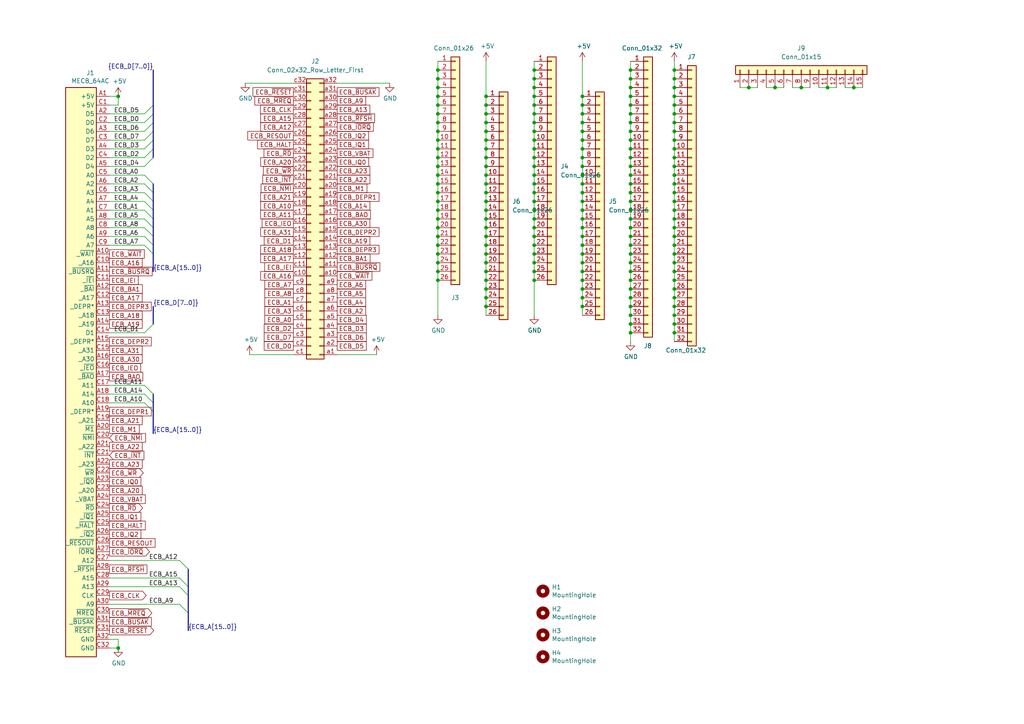
<source format=kicad_sch>
(kicad_sch (version 20230121) (generator eeschema)
  (paper "A4")
  (title_block (title "TLC-Template for MECB") (date "16/04/24") (rev "1.0") (company "TLC Stuff"))
  (lib_symbols
    (symbol "Connector_Generic:Conn_01x15" (pin_names (offset 1.016) hide)
      (property "Reference" "J" (at 0 20.32 0))
      (property "Value" "Conn_01x15" (at 0 -20.32 0))
      (symbol "Conn_01x15_1_1"
        (pin passive line (at -5.08 17.78 0) (length 3.81) (name "Pin_1") (number "1"))
        (pin passive line (at -5.08 -5.08 0) (length 3.81) (name "Pin_10") (number "10"))
        (pin passive line (at -5.08 -7.62 0) (length 3.81) (name "Pin_11") (number "11"))
        (pin passive line (at -5.08 -10.16 0) (length 3.81) (name "Pin_12") (number "12"))
        (pin passive line (at -5.08 -12.7 0) (length 3.81) (name "Pin_13") (number "13"))
        (pin passive line (at -5.08 -15.24 0) (length 3.81) (name "Pin_14") (number "14"))
        (pin passive line (at -5.08 -17.78 0) (length 3.81) (name "Pin_15") (number "15"))
        (pin passive line (at -5.08 15.24 0) (length 3.81) (name "Pin_2") (number "2"))
        (pin passive line (at -5.08 12.7 0) (length 3.81) (name "Pin_3") (number "3"))
        (pin passive line (at -5.08 10.16 0) (length 3.81) (name "Pin_4") (number "4"))
        (pin passive line (at -5.08 7.62 0) (length 3.81) (name "Pin_5") (number "5"))
        (pin passive line (at -5.08 5.08 0) (length 3.81) (name "Pin_6") (number "6"))
        (pin passive line (at -5.08 2.54 0) (length 3.81) (name "Pin_7") (number "7"))
        (pin passive line (at -5.08 0 0) (length 3.81) (name "Pin_8") (number "8"))
        (pin passive line (at -5.08 -2.54 0) (length 3.81) (name "Pin_9") (number "9"))
      )
    )
    (symbol "Connector_Generic:Conn_01x26" (pin_names (offset 1.016) hide)
      (property "Reference" "J" (at 0 33.02 0))
      (property "Value" "Conn_01x26" (at 0 -35.56 0))
      (symbol "Conn_01x26_1_1"
        (pin passive line (at -5.08 30.48 0) (length 3.81) (name "Pin_1") (number "1"))
        (pin passive line (at -5.08 7.62 0) (length 3.81) (name "Pin_10") (number "10"))
        (pin passive line (at -5.08 5.08 0) (length 3.81) (name "Pin_11") (number "11"))
        (pin passive line (at -5.08 2.54 0) (length 3.81) (name "Pin_12") (number "12"))
        (pin passive line (at -5.08 0 0) (length 3.81) (name "Pin_13") (number "13"))
        (pin passive line (at -5.08 -2.54 0) (length 3.81) (name "Pin_14") (number "14"))
        (pin passive line (at -5.08 -5.08 0) (length 3.81) (name "Pin_15") (number "15"))
        (pin passive line (at -5.08 -7.62 0) (length 3.81) (name "Pin_16") (number "16"))
        (pin passive line (at -5.08 -10.16 0) (length 3.81) (name "Pin_17") (number "17"))
        (pin passive line (at -5.08 -12.7 0) (length 3.81) (name "Pin_18") (number "18"))
        (pin passive line (at -5.08 -15.24 0) (length 3.81) (name "Pin_19") (number "19"))
        (pin passive line (at -5.08 27.94 0) (length 3.81) (name "Pin_2") (number "2"))
        (pin passive line (at -5.08 -17.78 0) (length 3.81) (name "Pin_20") (number "20"))
        (pin passive line (at -5.08 -20.32 0) (length 3.81) (name "Pin_21") (number "21"))
        (pin passive line (at -5.08 -22.86 0) (length 3.81) (name "Pin_22") (number "22"))
        (pin passive line (at -5.08 -25.4 0) (length 3.81) (name "Pin_23") (number "23"))
        (pin passive line (at -5.08 -27.94 0) (length 3.81) (name "Pin_24") (number "24"))
        (pin passive line (at -5.08 -30.48 0) (length 3.81) (name "Pin_25") (number "25"))
        (pin passive line (at -5.08 -33.02 0) (length 3.81) (name "Pin_26") (number "26"))
        (pin passive line (at -5.08 25.4 0) (length 3.81) (name "Pin_3") (number "3"))
        (pin passive line (at -5.08 22.86 0) (length 3.81) (name "Pin_4") (number "4"))
        (pin passive line (at -5.08 20.32 0) (length 3.81) (name "Pin_5") (number "5"))
        (pin passive line (at -5.08 17.78 0) (length 3.81) (name "Pin_6") (number "6"))
        (pin passive line (at -5.08 15.24 0) (length 3.81) (name "Pin_7") (number "7"))
        (pin passive line (at -5.08 12.7 0) (length 3.81) (name "Pin_8") (number "8"))
        (pin passive line (at -5.08 10.16 0) (length 3.81) (name "Pin_9") (number "9"))
      )
    )
    (symbol "Connector_Generic:Conn_01x32" (pin_names (offset 1.016) hide)
      (property "Reference" "J" (at 0 40.64 0))
      (property "Value" "Conn_01x32" (at 0 -43.18 0))
      (symbol "Conn_01x32_1_1"
        (pin passive line (at -5.08 38.1 0) (length 3.81) (name "Pin_1") (number "1"))
        (pin passive line (at -5.08 15.24 0) (length 3.81) (name "Pin_10") (number "10"))
        (pin passive line (at -5.08 12.7 0) (length 3.81) (name "Pin_11") (number "11"))
        (pin passive line (at -5.08 10.16 0) (length 3.81) (name "Pin_12") (number "12"))
        (pin passive line (at -5.08 7.62 0) (length 3.81) (name "Pin_13") (number "13"))
        (pin passive line (at -5.08 5.08 0) (length 3.81) (name "Pin_14") (number "14"))
        (pin passive line (at -5.08 2.54 0) (length 3.81) (name "Pin_15") (number "15"))
        (pin passive line (at -5.08 0 0) (length 3.81) (name "Pin_16") (number "16"))
        (pin passive line (at -5.08 -2.54 0) (length 3.81) (name "Pin_17") (number "17"))
        (pin passive line (at -5.08 -5.08 0) (length 3.81) (name "Pin_18") (number "18"))
        (pin passive line (at -5.08 -7.62 0) (length 3.81) (name "Pin_19") (number "19"))
        (pin passive line (at -5.08 35.56 0) (length 3.81) (name "Pin_2") (number "2"))
        (pin passive line (at -5.08 -10.16 0) (length 3.81) (name "Pin_20") (number "20"))
        (pin passive line (at -5.08 -12.7 0) (length 3.81) (name "Pin_21") (number "21"))
        (pin passive line (at -5.08 -15.24 0) (length 3.81) (name "Pin_22") (number "22"))
        (pin passive line (at -5.08 -17.78 0) (length 3.81) (name "Pin_23") (number "23"))
        (pin passive line (at -5.08 -20.32 0) (length 3.81) (name "Pin_24") (number "24"))
        (pin passive line (at -5.08 -22.86 0) (length 3.81) (name "Pin_25") (number "25"))
        (pin passive line (at -5.08 -25.4 0) (length 3.81) (name "Pin_26") (number "26"))
        (pin passive line (at -5.08 -27.94 0) (length 3.81) (name "Pin_27") (number "27"))
        (pin passive line (at -5.08 -30.48 0) (length 3.81) (name "Pin_28") (number "28"))
        (pin passive line (at -5.08 -33.02 0) (length 3.81) (name "Pin_29") (number "29"))
        (pin passive line (at -5.08 33.02 0) (length 3.81) (name "Pin_3") (number "3"))
        (pin passive line (at -5.08 -35.56 0) (length 3.81) (name "Pin_30") (number "30"))
        (pin passive line (at -5.08 -38.1 0) (length 3.81) (name "Pin_31") (number "31"))
        (pin passive line (at -5.08 -40.64 0) (length 3.81) (name "Pin_32") (number "32"))
        (pin passive line (at -5.08 30.48 0) (length 3.81) (name "Pin_4") (number "4"))
        (pin passive line (at -5.08 27.94 0) (length 3.81) (name "Pin_5") (number "5"))
        (pin passive line (at -5.08 25.4 0) (length 3.81) (name "Pin_6") (number "6"))
        (pin passive line (at -5.08 22.86 0) (length 3.81) (name "Pin_7") (number "7"))
        (pin passive line (at -5.08 20.32 0) (length 3.81) (name "Pin_8") (number "8"))
        (pin passive line (at -5.08 17.78 0) (length 3.81) (name "Pin_9") (number "9"))
      )
    )
    (symbol "Connector_Generic:Conn_02x32_Row_Letter_First" (pin_names (offset 1.016) hide)
      (property "Reference" "J2" (at 1.27 -46.99 0))
      (property "Value" "Conn_02x32_Row_Letter_First" (at 1.27 -44.45 0))
      (symbol "Conn_02x32_Row_Letter_First_1_1"
        (pin passive line (at -5.08 38.1 0) (length 3.81) (name "Pin_a1") (number "a1"))
        (pin passive line (at -5.08 15.24 0) (length 3.81) (name "Pin_a10") (number "a10"))
        (pin passive line (at -5.08 12.7 0) (length 3.81) (name "Pin_a11") (number "a11"))
        (pin passive line (at -5.08 10.16 0) (length 3.81) (name "Pin_a12") (number "a12"))
        (pin passive line (at -5.08 7.62 0) (length 3.81) (name "Pin_a13") (number "a13"))
        (pin passive line (at -5.08 5.08 0) (length 3.81) (name "Pin_a14") (number "a14"))
        (pin passive line (at -5.08 2.54 0) (length 3.81) (name "Pin_a15") (number "a15"))
        (pin passive line (at -5.08 0 0) (length 3.81) (name "Pin_a16") (number "a16"))
        (pin passive line (at -5.08 -2.54 0) (length 3.81) (name "Pin_a17") (number "a17"))
        (pin passive line (at -5.08 -5.08 0) (length 3.81) (name "Pin_a18") (number "a18"))
        (pin passive line (at -5.08 -7.62 0) (length 3.81) (name "Pin_a19") (number "a19"))
        (pin passive line (at -5.08 35.56 0) (length 3.81) (name "Pin_a2") (number "a2"))
        (pin passive line (at -5.08 -10.16 0) (length 3.81) (name "Pin_a20") (number "a20"))
        (pin passive line (at -5.08 -12.7 0) (length 3.81) (name "Pin_a21") (number "a21"))
        (pin passive line (at -5.08 -15.24 0) (length 3.81) (name "Pin_a22") (number "a22"))
        (pin passive line (at -5.08 -17.78 0) (length 3.81) (name "Pin_a23") (number "a23"))
        (pin passive line (at -5.08 -20.32 0) (length 3.81) (name "Pin_a24") (number "a24"))
        (pin passive line (at -5.08 -22.86 0) (length 3.81) (name "Pin_a25") (number "a25"))
        (pin passive line (at -5.08 -25.4 0) (length 3.81) (name "Pin_a26") (number "a26"))
        (pin passive line (at -5.08 -27.94 0) (length 3.81) (name "Pin_a27") (number "a27"))
        (pin passive line (at -5.08 -30.48 0) (length 3.81) (name "Pin_a28") (number "a28"))
        (pin passive line (at -5.08 -33.02 0) (length 3.81) (name "Pin_a29") (number "a29"))
        (pin passive line (at -5.08 33.02 0) (length 3.81) (name "Pin_a3") (number "a3"))
        (pin passive line (at -5.08 -35.56 0) (length 3.81) (name "Pin_a30") (number "a30"))
        (pin passive line (at -5.08 -38.1 0) (length 3.81) (name "Pin_a31") (number "a31"))
        (pin power_in line (at -5.08 -40.64 0) (length 3.81) (name "Pin_a32") (number "a32"))
        (pin passive line (at -5.08 30.48 0) (length 3.81) (name "Pin_a4") (number "a4"))
        (pin passive line (at -5.08 27.94 0) (length 3.81) (name "Pin_a5") (number "a5"))
        (pin passive line (at -5.08 25.4 0) (length 3.81) (name "Pin_a6") (number "a6"))
        (pin passive line (at -5.08 22.86 0) (length 3.81) (name "Pin_a7") (number "a7"))
        (pin passive line (at -5.08 20.32 0) (length 3.81) (name "Pin_a8") (number "a8"))
        (pin passive line (at -5.08 17.78 0) (length 3.81) (name "Pin_a9") (number "a9"))
        (pin passive line (at 7.62 38.1 180) (length 3.81) (name "Pin_c1") (number "c1"))
        (pin passive line (at 7.62 15.24 180) (length 3.81) (name "Pin_c10") (number "c10"))
        (pin passive line (at 7.62 12.7 180) (length 3.81) (name "Pin_c11") (number "c11"))
        (pin passive line (at 7.62 10.16 180) (length 3.81) (name "Pin_c12") (number "c12"))
        (pin passive line (at 7.62 7.62 180) (length 3.81) (name "Pin_c13") (number "c13"))
        (pin passive line (at 7.62 5.08 180) (length 3.81) (name "Pin_c14") (number "c14"))
        (pin passive line (at 7.62 2.54 180) (length 3.81) (name "Pin_c15") (number "c15"))
        (pin passive line (at 7.62 0 180) (length 3.81) (name "Pin_c16") (number "c16"))
        (pin passive line (at 7.62 -2.54 180) (length 3.81) (name "Pin_c17") (number "c17"))
        (pin passive line (at 7.62 -5.08 180) (length 3.81) (name "Pin_c18") (number "c18"))
        (pin passive line (at 7.62 -7.62 180) (length 3.81) (name "Pin_c19") (number "c19"))
        (pin passive line (at 7.62 35.56 180) (length 3.81) (name "Pin_2") (number "c2"))
        (pin passive line (at 7.62 -10.16 180) (length 3.81) (name "Pin_c20") (number "c20"))
        (pin passive line (at 7.62 -12.7 180) (length 3.81) (name "Pin_c21") (number "c21"))
        (pin passive line (at 7.62 -15.24 180) (length 3.81) (name "Pin_c22") (number "c22"))
        (pin passive line (at 7.62 -17.78 180) (length 3.81) (name "Pin_c23") (number "c23"))
        (pin passive line (at 7.62 -20.32 180) (length 3.81) (name "Pin_c24") (number "c24"))
        (pin passive line (at 7.62 -22.86 180) (length 3.81) (name "Pin_c25") (number "c25"))
        (pin passive line (at 7.62 -25.4 180) (length 3.81) (name "Pin_c26") (number "c26"))
        (pin passive line (at 7.62 -27.94 180) (length 3.81) (name "Pin_c27") (number "c27"))
        (pin passive line (at 7.62 -30.48 180) (length 3.81) (name "Pin_c28") (number "c28"))
        (pin passive line (at 7.62 -33.02 180) (length 3.81) (name "Pin_c29") (number "c29"))
        (pin passive line (at 7.62 33.02 180) (length 3.81) (name "Pin_c3") (number "c3"))
        (pin passive line (at 7.62 -35.56 180) (length 3.81) (name "Pin_c30") (number "c30"))
        (pin passive line (at 7.62 -38.1 180) (length 3.81) (name "Pin_c31") (number "c31"))
        (pin power_in line (at 7.62 -40.64 180) (length 3.81) (name "Pin_c32") (number "c32"))
        (pin passive line (at 7.62 30.48 180) (length 3.81) (name "Pin_c4") (number "c4"))
        (pin passive line (at 7.62 27.94 180) (length 3.81) (name "Pin_c5") (number "c5"))
        (pin passive line (at 7.62 25.4 180) (length 3.81) (name "Pin_c6") (number "c6"))
        (pin passive line (at 7.62 22.86 180) (length 3.81) (name "Pin_c7") (number "c7"))
        (pin passive line (at 7.62 20.32 180) (length 3.81) (name "Pin_c8") (number "c8"))
        (pin passive line (at 7.62 17.78 180) (length 3.81) (name "Pin_c9") (number "c9"))
      )
    )
    (symbol "Mechanical:MountingHole" (pin_names (offset 1.016))
      (property "Reference" "H" (at 0 5.08 0))
      (property "Value" "MountingHole" (at 0 3.175 0))
    )
    (symbol "MyCustomSymbolLibrary:MECB_64AC"
      (property "Reference" "J" (at 0 85.09 0))
      (property "Value" "MECB_64AC" (at 6.35 1.27 90))
      (symbol "MECB_64AC_1_1"
        (pin power_out line (at -7.62 81.28 0) (length 3.81) (name "+5V") (number "A1"))
        (pin passive line (at -7.62 35.56 0) (length 3.81) (name "_~{WAIT}") (number "A10"))
        (pin passive line (at -7.62 30.48 0) (length 3.81) (name "_~{BUSRQ}") (number "A11"))
        (pin passive line (at -7.62 25.4 0) (length 3.81) (name "_~{BAI}") (number "A12"))
        (pin passive line (at -7.62 20.32 0) (length 3.81) (name "_DEPR*") (number "A13"))
        (pin passive line (at -7.62 15.24 0) (length 3.81) (name "_A19") (number "A14"))
        (pin passive line (at -7.62 10.16 0) (length 3.81) (name "_DEPR*") (number "A15"))
        (pin passive line (at -7.62 5.08 0) (length 3.81) (name "_A30") (number "A16"))
        (pin passive line (at -7.62 0 0) (length 3.81) (name "_~{BAO}") (number "A17"))
        (pin passive line (at -7.62 -5.08 0) (length 3.81) (name "A14") (number "A18"))
        (pin passive line (at -7.62 -10.16 0) (length 3.81) (name "_DEPR*") (number "A19"))
        (pin bidirectional line (at -7.62 76.2 0) (length 3.81) (name "D5") (number "A2"))
        (pin passive line (at -7.62 -15.24 0) (length 3.81) (name "~{M1}") (number "A20"))
        (pin passive line (at -7.62 -20.32 0) (length 3.81) (name "_A22") (number "A21"))
        (pin passive line (at -7.62 -25.4 0) (length 3.81) (name "_A23") (number "A22"))
        (pin passive line (at -7.62 -30.48 0) (length 3.81) (name "_~{IQ0}") (number "A23"))
        (pin passive line (at -7.62 -35.56 0) (length 3.81) (name "_VBAT") (number "A24"))
        (pin passive line (at -7.62 -40.64 0) (length 3.81) (name "_~{IQ1}") (number "A25"))
        (pin passive line (at -7.62 -45.72 0) (length 3.81) (name "_~{IQ2}") (number "A26"))
        (pin passive line (at -7.62 -50.8 0) (length 3.81) (name "~{IORQ}") (number "A27"))
        (pin passive line (at -7.62 -55.88 0) (length 3.81) (name "_~{RFSH}") (number "A28"))
        (pin passive line (at -7.62 -60.96 0) (length 3.81) (name "A13") (number "A29"))
        (pin bidirectional line (at -7.62 71.12 0) (length 3.81) (name "D6") (number "A3"))
        (pin passive line (at -7.62 -66.04 0) (length 3.81) (name "A9") (number "A30"))
        (pin passive line (at -7.62 -71.12 0) (length 3.81) (name "_~{BUSAK}") (number "A31"))
        (pin power_out line (at -7.62 -76.2 0) (length 3.81) (name "GND") (number "A32"))
        (pin bidirectional line (at -7.62 66.04 0) (length 3.81) (name "D3") (number "A4"))
        (pin bidirectional line (at -7.62 60.96 0) (length 3.81) (name "D4") (number "A5"))
        (pin passive line (at -7.62 55.88 0) (length 3.81) (name "A2") (number "A6"))
        (pin passive line (at -7.62 50.8 0) (length 3.81) (name "A4") (number "A7"))
        (pin passive line (at -7.62 45.72 0) (length 3.81) (name "A5") (number "A8"))
        (pin passive line (at -7.62 40.64 0) (length 3.81) (name "A6") (number "A9"))
        (pin power_out line (at -7.62 78.74 0) (length 3.81) (name "+5V") (number "C1"))
        (pin passive line (at -7.62 33.02 0) (length 3.81) (name "_A16") (number "C10"))
        (pin passive line (at -7.62 27.94 0) (length 3.81) (name "_~{IEI}") (number "C11"))
        (pin passive line (at -7.62 22.86 0) (length 3.81) (name "_A17") (number "C12"))
        (pin passive line (at -7.62 17.78 0) (length 3.81) (name "_A18") (number "C13"))
        (pin bidirectional line (at -7.62 12.7 0) (length 3.81) (name "D1") (number "C14"))
        (pin passive line (at -7.62 7.62 0) (length 3.81) (name "_A31") (number "C15"))
        (pin passive line (at -7.62 2.54 0) (length 3.81) (name "_~{IEO}") (number "C16"))
        (pin passive line (at -7.62 -2.54 0) (length 3.81) (name "A11") (number "C17"))
        (pin passive line (at -7.62 -7.62 0) (length 3.81) (name "A10") (number "C18"))
        (pin passive line (at -7.62 -12.7 0) (length 3.81) (name "_A21") (number "C19"))
        (pin bidirectional line (at -7.62 73.66 0) (length 3.81) (name "D0") (number "C2"))
        (pin passive line (at -7.62 -17.78 0) (length 3.81) (name "~{NMI}") (number "C20"))
        (pin passive line (at -7.62 -22.86 0) (length 3.81) (name "~{INT}") (number "C21"))
        (pin passive line (at -7.62 -27.94 0) (length 3.81) (name "~{WR}") (number "C22"))
        (pin passive line (at -7.62 -33.02 0) (length 3.81) (name "_A20") (number "C23"))
        (pin passive line (at -7.62 -38.1 0) (length 3.81) (name "~{RD}") (number "C24"))
        (pin passive line (at -7.62 -43.18 0) (length 3.81) (name "_~{HALT}") (number "C25"))
        (pin passive line (at -7.62 -48.26 0) (length 3.81) (name "_~{RESOUT}") (number "C26"))
        (pin passive line (at -7.62 -53.34 0) (length 3.81) (name "A12") (number "C27"))
        (pin passive line (at -7.62 -58.42 0) (length 3.81) (name "A15") (number "C28"))
        (pin passive line (at -7.62 -63.5 0) (length 3.81) (name "CLK") (number "C29"))
        (pin bidirectional line (at -7.62 68.58 0) (length 3.81) (name "D7") (number "C3"))
        (pin passive line (at -7.62 -68.58 0) (length 3.81) (name "~{MREQ}") (number "C30"))
        (pin passive line (at -7.62 -73.66 0) (length 3.81) (name "~{RESET}") (number "C31"))
        (pin power_out line (at -7.62 -78.74 0) (length 3.81) (name "GND") (number "C32"))
        (pin bidirectional line (at -7.62 63.5 0) (length 3.81) (name "D2") (number "C4"))
        (pin passive line (at -7.62 58.42 0) (length 3.81) (name "A0") (number "C5"))
        (pin passive line (at -7.62 53.34 0) (length 3.81) (name "A3") (number "C6"))
        (pin passive line (at -7.62 48.26 0) (length 3.81) (name "A1") (number "C7"))
        (pin passive line (at -7.62 43.18 0) (length 3.81) (name "A8") (number "C8"))
        (pin passive line (at -7.62 38.1 0) (length 3.81) (name "A7") (number "C9"))
      )
    )
    (symbol "power:+5V" (power) (pin_names (offset 0))
      (property "Value" "+5V" (at 0 3.556 0))
      (symbol "+5V_1_1"
        (pin power_in line (at 0 0 90) (length 0) hide (name "+5V") (number "1"))
      )
    )
    (symbol "power:GND" (power) (pin_names (offset 0))
      (property "Value" "GND" (at 0 -3.81 0))
      (symbol "GND_1_1"
        (pin power_in line (at 0 0 270) (length 0) hide (name "GND") (number "1"))
      )
    )
  )
  (junction (at 195.58 76.2))
  (junction (at 127 76.2))
  (junction (at 224.79 25.4))
  (junction (at 127 68.58))
  (junction (at 168.91 45.72))
  (junction (at 182.88 96.52))
  (junction (at 182.88 25.4))
  (junction (at 154.94 43.18))
  (junction (at 168.91 30.48))
  (junction (at 140.97 50.8))
  (junction (at 154.94 20.32))
  (junction (at 140.97 43.18))
  (junction (at 168.91 38.1))
  (junction (at 195.58 33.02))
  (junction (at 182.88 43.18))
  (junction (at 154.94 45.72))
  (junction (at 127 20.32))
  (junction (at 195.58 25.4))
  (junction (at 182.88 20.32))
  (junction (at 154.94 71.12))
  (junction (at 195.58 88.9))
  (junction (at 195.58 22.86))
  (junction (at 182.88 35.56))
  (junction (at 182.88 91.44))
  (junction (at 168.91 40.64))
  (junction (at 154.94 58.42))
  (junction (at 182.88 22.86))
  (junction (at 195.58 55.88))
  (junction (at 140.97 60.96))
  (junction (at 127 53.34))
  (junction (at 154.94 76.2))
  (junction (at 168.91 43.18))
  (junction (at 182.88 86.36))
  (junction (at 140.97 88.9))
  (junction (at 154.94 63.5))
  (junction (at 247.65 25.4))
  (junction (at 154.94 81.28))
  (junction (at 182.88 71.12))
  (junction (at 182.88 66.04))
  (junction (at 168.91 27.94))
  (junction (at 195.58 50.8))
  (junction (at 154.94 27.94))
  (junction (at 195.58 58.42))
  (junction (at 34.29 187.96))
  (junction (at 127 55.88))
  (junction (at 127 35.56))
  (junction (at 140.97 83.82))
  (junction (at 127 30.48))
  (junction (at 154.94 50.8))
  (junction (at 168.91 78.74))
  (junction (at 195.58 86.36))
  (junction (at 195.58 30.48))
  (junction (at 168.91 68.58))
  (junction (at 127 58.42))
  (junction (at 168.91 73.66))
  (junction (at 140.97 68.58))
  (junction (at 154.94 38.1))
  (junction (at 127 48.26))
  (junction (at 195.58 35.56))
  (junction (at 127 71.12))
  (junction (at 195.58 71.12))
  (junction (at 168.91 50.8))
  (junction (at 140.97 48.26))
  (junction (at 182.88 63.5))
  (junction (at 182.88 48.26))
  (junction (at 140.97 76.2))
  (junction (at 182.88 60.96))
  (junction (at 154.94 25.4))
  (junction (at 168.91 48.26))
  (junction (at 168.91 55.88))
  (junction (at 154.94 55.88))
  (junction (at 195.58 38.1))
  (junction (at 140.97 73.66))
  (junction (at 195.58 53.34))
  (junction (at 168.91 86.36))
  (junction (at 182.88 38.1))
  (junction (at 154.94 35.56))
  (junction (at 195.58 81.28))
  (junction (at 168.91 71.12))
  (junction (at 127 45.72))
  (junction (at 195.58 45.72))
  (junction (at 140.97 35.56))
  (junction (at 140.97 58.42))
  (junction (at 182.88 78.74))
  (junction (at 195.58 73.66))
  (junction (at 140.97 71.12))
  (junction (at 168.91 81.28))
  (junction (at 168.91 63.5))
  (junction (at 182.88 27.94))
  (junction (at 168.91 88.9))
  (junction (at 195.58 43.18))
  (junction (at 195.58 78.74))
  (junction (at 195.58 66.04))
  (junction (at 140.97 86.36))
  (junction (at 154.94 60.96))
  (junction (at 182.88 83.82))
  (junction (at 154.94 73.66))
  (junction (at 127 60.96))
  (junction (at 195.58 60.96))
  (junction (at 140.97 81.28))
  (junction (at 168.91 83.82))
  (junction (at 195.58 91.44))
  (junction (at 140.97 30.48))
  (junction (at 140.97 40.64))
  (junction (at 182.88 88.9))
  (junction (at 140.97 38.1))
  (junction (at 140.97 63.5))
  (junction (at 182.88 45.72))
  (junction (at 195.58 96.52))
  (junction (at 154.94 40.64))
  (junction (at 168.91 53.34))
  (junction (at 168.91 76.2))
  (junction (at 154.94 53.34))
  (junction (at 127 38.1))
  (junction (at 182.88 30.48))
  (junction (at 195.58 68.58))
  (junction (at 127 50.8))
  (junction (at 195.58 48.26))
  (junction (at 140.97 27.94))
  (junction (at 182.88 76.2))
  (junction (at 182.88 53.34))
  (junction (at 127 73.66))
  (junction (at 127 81.28))
  (junction (at 182.88 68.58))
  (junction (at 195.58 40.64))
  (junction (at 182.88 55.88))
  (junction (at 240.03 25.4))
  (junction (at 127 63.5))
  (junction (at 182.88 50.8))
  (junction (at 140.97 55.88))
  (junction (at 140.97 66.04))
  (junction (at 182.88 40.64))
  (junction (at 168.91 33.02))
  (junction (at 182.88 93.98))
  (junction (at 168.91 60.96))
  (junction (at 168.91 66.04))
  (junction (at 217.17 25.4))
  (junction (at 168.91 58.42))
  (junction (at 140.97 78.74))
  (junction (at 154.94 78.74))
  (junction (at 127 43.18))
  (junction (at 195.58 93.98))
  (junction (at 182.88 33.02))
  (junction (at 127 40.64))
  (junction (at 154.94 48.26))
  (junction (at 154.94 68.58))
  (junction (at 182.88 73.66))
  (junction (at 195.58 63.5))
  (junction (at 140.97 33.02))
  (junction (at 127 66.04))
  (junction (at 195.58 20.32))
  (junction (at 195.58 27.94))
  (junction (at 127 25.4))
  (junction (at 232.41 25.4))
  (junction (at 127 22.86))
  (junction (at 154.94 22.86))
  (junction (at 140.97 45.72))
  (junction (at 154.94 66.04))
  (junction (at 34.29 27.94))
  (junction (at 195.58 83.82))
  (junction (at 182.88 58.42))
  (junction (at 127 27.94))
  (junction (at 182.88 81.28))
  (junction (at 140.97 53.34))
  (junction (at 154.94 33.02))
  (junction (at 127 78.74))
  (junction (at 127 33.02))
  (junction (at 154.94 30.48))
  (junction (at 168.91 35.56))
  (bus_entry (at 44.45 53.34) (size -2.54 -2.54))
  (bus_entry (at 52.07 175.26) (size 2.54 2.54))
  (bus_entry (at 52.07 170.18) (size 2.54 2.54))
  (bus_entry (at 52.07 162.56) (size 2.54 2.54))
  (bus_entry (at 41.91 43.18) (size 2.54 -2.54))
  (bus_entry (at 41.91 38.1) (size 2.54 -2.54))
  (bus_entry (at 44.45 55.88) (size -2.54 -2.54))
  (bus_entry (at 44.45 63.5) (size -2.54 -2.54))
  (bus_entry (at 52.07 167.64) (size 2.54 2.54))
  (bus_entry (at 44.45 68.58) (size -2.54 -2.54))
  (bus_entry (at 41.91 48.26) (size 2.54 -2.54))
  (bus_entry (at 41.91 33.02) (size 2.54 -2.54))
  (bus_entry (at 41.91 116.84) (size 2.54 2.54))
  (bus_entry (at 41.91 111.76) (size 2.54 2.54))
  (bus_entry (at 41.91 96.52) (size 2.54 -2.54))
  (bus_entry (at 44.45 73.66) (size -2.54 -2.54))
  (bus_entry (at 41.91 45.72) (size 2.54 -2.54))
  (bus_entry (at 44.45 66.04) (size -2.54 -2.54))
  (bus_entry (at 41.91 35.56) (size 2.54 -2.54))
  (bus_entry (at 41.91 114.3) (size 2.54 2.54))
  (bus_entry (at 44.45 71.12) (size -2.54 -2.54))
  (bus_entry (at 41.91 40.64) (size 2.54 -2.54))
  (bus_entry (at 44.45 58.42) (size -2.54 -2.54))
  (bus_entry (at 44.45 60.96) (size -2.54 -2.54))
  (wire (pts (xy 182.88 22.86) (xy 182.88 25.4)))
  (wire (pts (xy 168.91 35.56) (xy 168.91 38.1)))
  (wire (pts (xy 168.91 17.78) (xy 168.91 27.94)))
  (wire (pts (xy 31.75 40.64) (xy 41.91 40.64)))
  (wire (pts (xy 182.88 96.52) (xy 182.88 99.06)))
  (wire (pts (xy 127 81.28) (xy 127 91.44)))
  (wire (pts (xy 154.94 55.88) (xy 154.94 58.42)))
  (wire (pts (xy 168.91 58.42) (xy 168.91 60.96)))
  (bus (pts (xy 44.45 20.32) (xy 44.45 30.48)))
  (wire (pts (xy 182.88 27.94) (xy 182.88 30.48)))
  (wire (pts (xy 127 55.88) (xy 127 58.42)))
  (wire (pts (xy 31.75 63.5) (xy 41.91 63.5)))
  (wire (pts (xy 140.97 55.88) (xy 140.97 58.42)))
  (bus (pts (xy 54.61 170.18) (xy 54.61 172.72)))
  (wire (pts (xy 154.94 35.56) (xy 154.94 38.1)))
  (wire (pts (xy 182.88 45.72) (xy 182.88 48.26)))
  (wire (pts (xy 168.91 27.94) (xy 168.91 30.48)))
  (wire (pts (xy 140.97 76.2) (xy 140.97 78.74)))
  (bus (pts (xy 44.45 66.04) (xy 44.45 68.58)))
  (wire (pts (xy 31.75 71.12) (xy 41.91 71.12)))
  (wire (pts (xy 195.58 60.96) (xy 195.58 63.5)))
  (wire (pts (xy 195.58 45.72) (xy 195.58 48.26)))
  (wire (pts (xy 195.58 91.44) (xy 195.58 93.98)))
  (bus (pts (xy 44.45 53.34) (xy 44.45 55.88)))
  (wire (pts (xy 31.75 185.42) (xy 34.29 185.42)))
  (wire (pts (xy 154.94 71.12) (xy 154.94 73.66)))
  (wire (pts (xy 182.88 93.98) (xy 182.88 96.52)))
  (wire (pts (xy 195.58 55.88) (xy 195.58 58.42)))
  (wire (pts (xy 195.58 27.94) (xy 195.58 30.48)))
  (wire (pts (xy 127 60.96) (xy 127 63.5)))
  (wire (pts (xy 140.97 66.04) (xy 140.97 68.58)))
  (wire (pts (xy 195.58 68.58) (xy 195.58 71.12)))
  (wire (pts (xy 127 17.78) (xy 127 20.32)))
  (wire (pts (xy 31.75 116.84) (xy 41.91 116.84)))
  (wire (pts (xy 31.75 53.34) (xy 41.91 53.34)))
  (wire (pts (xy 154.94 73.66) (xy 154.94 76.2)))
  (wire (pts (xy 140.97 63.5) (xy 140.97 66.04)))
  (wire (pts (xy 127 78.74) (xy 127 81.28)))
  (wire (pts (xy 182.88 81.28) (xy 182.88 83.82)))
  (wire (pts (xy 31.75 45.72) (xy 41.91 45.72)))
  (wire (pts (xy 140.97 38.1) (xy 140.97 40.64)))
  (wire (pts (xy 140.97 81.28) (xy 140.97 83.82)))
  (wire (pts (xy 127 76.2) (xy 127 78.74)))
  (wire (pts (xy 182.88 17.78) (xy 182.88 20.32)))
  (wire (pts (xy 195.58 58.42) (xy 195.58 60.96)))
  (wire (pts (xy 168.91 50.8) (xy 168.91 53.34)))
  (wire (pts (xy 195.58 78.74) (xy 195.58 81.28)))
  (wire (pts (xy 154.94 63.5) (xy 154.94 66.04)))
  (wire (pts (xy 168.91 45.72) (xy 168.91 48.26)))
  (wire (pts (xy 154.94 48.26) (xy 154.94 50.8)))
  (wire (pts (xy 195.58 20.32) (xy 195.58 22.86)))
  (wire (pts (xy 168.91 40.64) (xy 168.91 43.18)))
  (wire (pts (xy 31.75 38.1) (xy 41.91 38.1)))
  (wire (pts (xy 31.75 162.56) (xy 52.07 162.56)))
  (wire (pts (xy 31.75 48.26) (xy 41.91 48.26)))
  (wire (pts (xy 31.75 50.8) (xy 41.91 50.8)))
  (bus (pts (xy 44.45 88.9) (xy 44.45 93.98)))
  (wire (pts (xy 154.94 33.02) (xy 154.94 35.56)))
  (wire (pts (xy 195.58 53.34) (xy 195.58 55.88)))
  (wire (pts (xy 127 30.48) (xy 127 33.02)))
  (wire (pts (xy 168.91 55.88) (xy 168.91 58.42)))
  (wire (pts (xy 168.91 88.9) (xy 168.91 91.44)))
  (bus (pts (xy 44.45 43.18) (xy 44.45 45.72)))
  (wire (pts (xy 229.87 25.4) (xy 232.41 25.4)))
  (wire (pts (xy 168.91 78.74) (xy 168.91 81.28)))
  (wire (pts (xy 127 71.12) (xy 127 73.66)))
  (wire (pts (xy 154.94 66.04) (xy 154.94 68.58)))
  (wire (pts (xy 195.58 30.48) (xy 195.58 33.02)))
  (wire (pts (xy 31.75 33.02) (xy 41.91 33.02)))
  (wire (pts (xy 31.75 43.18) (xy 41.91 43.18)))
  (wire (pts (xy 31.75 60.96) (xy 41.91 60.96)))
  (wire (pts (xy 31.75 58.42) (xy 41.91 58.42)))
  (bus (pts (xy 54.61 172.72) (xy 54.61 177.8)))
  (wire (pts (xy 31.75 167.64) (xy 52.07 167.64)))
  (bus (pts (xy 44.45 55.88) (xy 44.45 58.42)))
  (wire (pts (xy 168.91 38.1) (xy 168.91 40.64)))
  (wire (pts (xy 140.97 58.42) (xy 140.97 60.96)))
  (wire (pts (xy 168.91 76.2) (xy 168.91 78.74)))
  (wire (pts (xy 154.94 27.94) (xy 154.94 30.48)))
  (bus (pts (xy 44.45 68.58) (xy 44.45 71.12)))
  (wire (pts (xy 140.97 33.02) (xy 140.97 35.56)))
  (wire (pts (xy 31.75 55.88) (xy 41.91 55.88)))
  (wire (pts (xy 31.75 111.76) (xy 41.91 111.76)))
  (wire (pts (xy 168.91 66.04) (xy 168.91 68.58)))
  (wire (pts (xy 195.58 96.52) (xy 195.58 99.06)))
  (wire (pts (xy 195.58 35.56) (xy 195.58 38.1)))
  (wire (pts (xy 140.97 71.12) (xy 140.97 73.66)))
  (wire (pts (xy 31.75 114.3) (xy 41.91 114.3)))
  (wire (pts (xy 168.91 60.96) (xy 168.91 63.5)))
  (wire (pts (xy 140.97 83.82) (xy 140.97 86.36)))
  (wire (pts (xy 182.88 58.42) (xy 182.88 60.96)))
  (wire (pts (xy 182.88 55.88) (xy 182.88 58.42)))
  (wire (pts (xy 154.94 53.34) (xy 154.94 55.88)))
  (wire (pts (xy 127 35.56) (xy 127 38.1)))
  (wire (pts (xy 31.75 68.58) (xy 41.91 68.58)))
  (wire (pts (xy 154.94 17.78) (xy 154.94 20.32)))
  (wire (pts (xy 154.94 76.2) (xy 154.94 78.74)))
  (wire (pts (xy 140.97 68.58) (xy 140.97 71.12)))
  (wire (pts (xy 182.88 86.36) (xy 182.88 88.9)))
  (wire (pts (xy 195.58 71.12) (xy 195.58 73.66)))
  (wire (pts (xy 140.97 48.26) (xy 140.97 50.8)))
  (wire (pts (xy 222.25 25.4) (xy 224.79 25.4)))
  (wire (pts (xy 168.91 53.34) (xy 168.91 55.88)))
  (wire (pts (xy 195.58 38.1) (xy 195.58 40.64)))
  (wire (pts (xy 97.79 102.87) (xy 109.22 102.87)))
  (wire (pts (xy 127 50.8) (xy 127 53.34)))
  (wire (pts (xy 182.88 43.18) (xy 182.88 45.72)))
  (wire (pts (xy 195.58 83.82) (xy 195.58 86.36)))
  (bus (pts (xy 44.45 71.12) (xy 44.45 73.66)))
  (wire (pts (xy 224.79 25.4) (xy 227.33 25.4)))
  (wire (pts (xy 168.91 63.5) (xy 168.91 66.04)))
  (wire (pts (xy 154.94 58.42) (xy 154.94 60.96)))
  (bus (pts (xy 44.45 116.84) (xy 44.45 119.38)))
  (wire (pts (xy 182.88 25.4) (xy 182.88 27.94)))
  (wire (pts (xy 140.97 78.74) (xy 140.97 81.28)))
  (wire (pts (xy 31.75 35.56) (xy 41.91 35.56)))
  (bus (pts (xy 54.61 165.1) (xy 54.61 170.18)))
  (wire (pts (xy 127 27.94) (xy 127 30.48)))
  (wire (pts (xy 140.97 27.94) (xy 140.97 30.48)))
  (wire (pts (xy 154.94 78.74) (xy 154.94 81.28)))
  (wire (pts (xy 195.58 66.04) (xy 195.58 68.58)))
  (wire (pts (xy 127 53.34) (xy 127 55.88)))
  (wire (pts (xy 168.91 83.82) (xy 168.91 86.36)))
  (wire (pts (xy 127 20.32) (xy 127 22.86)))
  (wire (pts (xy 154.94 81.28) (xy 154.94 91.44)))
  (wire (pts (xy 195.58 81.28) (xy 195.58 83.82)))
  (wire (pts (xy 31.75 96.52) (xy 41.91 96.52)))
  (wire (pts (xy 182.88 20.32) (xy 182.88 22.86)))
  (bus (pts (xy 54.61 177.8) (xy 54.61 182.88)))
  (wire (pts (xy 154.94 40.64) (xy 154.94 43.18)))
  (wire (pts (xy 182.88 48.26) (xy 182.88 50.8)))
  (wire (pts (xy 127 33.02) (xy 127 35.56)))
  (wire (pts (xy 168.91 71.12) (xy 168.91 73.66)))
  (bus (pts (xy 44.45 38.1) (xy 44.45 40.64)))
  (bus (pts (xy 44.45 40.64) (xy 44.45 43.18)))
  (wire (pts (xy 182.88 40.64) (xy 182.88 43.18)))
  (wire (pts (xy 127 68.58) (xy 127 71.12)))
  (wire (pts (xy 182.88 66.04) (xy 182.88 68.58)))
  (wire (pts (xy 140.97 30.48) (xy 140.97 33.02)))
  (wire (pts (xy 168.91 33.02) (xy 168.91 35.56)))
  (wire (pts (xy 195.58 33.02) (xy 195.58 35.56)))
  (wire (pts (xy 34.29 30.48) (xy 34.29 27.94)))
  (wire (pts (xy 182.88 78.74) (xy 182.88 81.28)))
  (wire (pts (xy 31.75 30.48) (xy 34.29 30.48)))
  (wire (pts (xy 168.91 73.66) (xy 168.91 76.2)))
  (wire (pts (xy 31.75 170.18) (xy 52.07 170.18)))
  (wire (pts (xy 140.97 86.36) (xy 140.97 88.9)))
  (wire (pts (xy 182.88 30.48) (xy 182.88 33.02)))
  (wire (pts (xy 127 22.86) (xy 127 25.4)))
  (wire (pts (xy 140.97 17.78) (xy 140.97 27.94)))
  (wire (pts (xy 195.58 73.66) (xy 195.58 76.2)))
  (wire (pts (xy 154.94 60.96) (xy 154.94 63.5)))
  (wire (pts (xy 154.94 30.48) (xy 154.94 33.02)))
  (wire (pts (xy 97.79 24.13) (xy 113.03 24.13)))
  (wire (pts (xy 182.88 60.96) (xy 182.88 63.5)))
  (wire (pts (xy 182.88 76.2) (xy 182.88 78.74)))
  (wire (pts (xy 217.17 25.4) (xy 219.71 25.4)))
  (wire (pts (xy 127 38.1) (xy 127 40.64)))
  (wire (pts (xy 127 25.4) (xy 127 27.94)))
  (wire (pts (xy 195.58 40.64) (xy 195.58 43.18)))
  (bus (pts (xy 44.45 119.38) (xy 44.45 125.73)))
  (wire (pts (xy 127 45.72) (xy 127 48.26)))
  (wire (pts (xy 127 48.26) (xy 127 50.8)))
  (wire (pts (xy 34.29 185.42) (xy 34.29 187.96)))
  (wire (pts (xy 247.65 25.4) (xy 250.19 25.4)))
  (wire (pts (xy 71.12 24.13) (xy 85.09 24.13)))
  (wire (pts (xy 154.94 25.4) (xy 154.94 27.94)))
  (wire (pts (xy 182.88 83.82) (xy 182.88 86.36)))
  (wire (pts (xy 127 63.5) (xy 127 66.04)))
  (wire (pts (xy 140.97 40.64) (xy 140.97 43.18)))
  (wire (pts (xy 154.94 20.32) (xy 154.94 22.86)))
  (wire (pts (xy 127 66.04) (xy 127 68.58)))
  (wire (pts (xy 168.91 30.48) (xy 168.91 33.02)))
  (wire (pts (xy 182.88 63.5) (xy 182.88 66.04)))
  (wire (pts (xy 140.97 35.56) (xy 140.97 38.1)))
  (wire (pts (xy 168.91 81.28) (xy 168.91 83.82)))
  (wire (pts (xy 127 73.66) (xy 127 76.2)))
  (wire (pts (xy 182.88 88.9) (xy 182.88 91.44)))
  (wire (pts (xy 31.75 187.96) (xy 34.29 187.96)))
  (wire (pts (xy 195.58 50.8) (xy 195.58 53.34)))
  (bus (pts (xy 44.45 73.66) (xy 44.45 78.74)))
  (wire (pts (xy 140.97 60.96) (xy 140.97 63.5)))
  (wire (pts (xy 182.88 71.12) (xy 182.88 73.66)))
  (wire (pts (xy 154.94 45.72) (xy 154.94 48.26)))
  (bus (pts (xy 44.45 33.02) (xy 44.45 35.56)))
  (wire (pts (xy 195.58 63.5) (xy 195.58 66.04)))
  (wire (pts (xy 195.58 43.18) (xy 195.58 45.72)))
  (wire (pts (xy 140.97 50.8) (xy 140.97 53.34)))
  (wire (pts (xy 140.97 43.18) (xy 140.97 45.72)))
  (wire (pts (xy 168.91 48.26) (xy 168.91 50.8)))
  (wire (pts (xy 154.94 38.1) (xy 154.94 40.64)))
  (wire (pts (xy 195.58 86.36) (xy 195.58 88.9)))
  (wire (pts (xy 195.58 22.86) (xy 195.58 25.4)))
  (wire (pts (xy 182.88 53.34) (xy 182.88 55.88)))
  (wire (pts (xy 168.91 43.18) (xy 168.91 45.72)))
  (wire (pts (xy 195.58 25.4) (xy 195.58 27.94)))
  (bus (pts (xy 44.45 58.42) (xy 44.45 60.96)))
  (wire (pts (xy 154.94 22.86) (xy 154.94 25.4)))
  (wire (pts (xy 182.88 35.56) (xy 182.88 38.1)))
  (wire (pts (xy 140.97 73.66) (xy 140.97 76.2)))
  (wire (pts (xy 214.63 25.4) (xy 217.17 25.4)))
  (wire (pts (xy 240.03 25.4) (xy 242.57 25.4)))
  (wire (pts (xy 154.94 68.58) (xy 154.94 71.12)))
  (wire (pts (xy 195.58 17.78) (xy 195.58 20.32)))
  (wire (pts (xy 195.58 76.2) (xy 195.58 78.74)))
  (wire (pts (xy 195.58 93.98) (xy 195.58 96.52)))
  (bus (pts (xy 44.45 114.3) (xy 44.45 116.84)))
  (wire (pts (xy 182.88 38.1) (xy 182.88 40.64)))
  (wire (pts (xy 127 40.64) (xy 127 43.18)))
  (bus (pts (xy 44.45 63.5) (xy 44.45 66.04)))
  (wire (pts (xy 182.88 91.44) (xy 182.88 93.98)))
  (wire (pts (xy 154.94 50.8) (xy 154.94 53.34)))
  (bus (pts (xy 44.45 35.56) (xy 44.45 38.1)))
  (wire (pts (xy 127 43.18) (xy 127 45.72)))
  (wire (pts (xy 182.88 68.58) (xy 182.88 71.12)))
  (wire (pts (xy 168.91 68.58) (xy 168.91 71.12)))
  (wire (pts (xy 237.49 25.4) (xy 240.03 25.4)))
  (wire (pts (xy 140.97 45.72) (xy 140.97 48.26)))
  (wire (pts (xy 195.58 88.9) (xy 195.58 91.44)))
  (wire (pts (xy 140.97 88.9) (xy 140.97 91.44)))
  (wire (pts (xy 140.97 53.34) (xy 140.97 55.88)))
  (wire (pts (xy 127 58.42) (xy 127 60.96)))
  (wire (pts (xy 31.75 66.04) (xy 41.91 66.04)))
  (wire (pts (xy 182.88 33.02) (xy 182.88 35.56)))
  (wire (pts (xy 182.88 50.8) (xy 182.88 53.34)))
  (wire (pts (xy 72.39 102.87) (xy 85.09 102.87)))
  (wire (pts (xy 195.58 48.26) (xy 195.58 50.8)))
  (bus (pts (xy 44.45 60.96) (xy 44.45 63.5)))
  (wire (pts (xy 168.91 86.36) (xy 168.91 88.9)))
  (wire (pts (xy 232.41 25.4) (xy 234.95 25.4)))
  (wire (pts (xy 245.11 25.4) (xy 247.65 25.4)))
  (wire (pts (xy 31.75 175.26) (xy 52.07 175.26)))
  (wire (pts (xy 31.75 27.94) (xy 34.29 27.94)))
  (wire (pts (xy 182.88 73.66) (xy 182.88 76.2)))
  (wire (pts (xy 154.94 43.18) (xy 154.94 45.72)))
  (bus (pts (xy 44.45 30.48) (xy 44.45 33.02)))
  (label "ECB_A15" (at 43.18 167.64 0))
  (label "ECB_D3" (at 33.02 43.18 0))
  (label "ECB_A12" (at 43.18 162.56 0))
  (label "{ECB_D[7..0]}" (at 44.45 20.32 180))
  (label "{ECB_D[7..0]}" (at 44.45 88.9 0))
  (label "ECB_D0" (at 33.02 35.56 0))
  (label "ECB_A0" (at 33.02 50.8 0))
  (label "ECB_D7" (at 33.02 40.64 0))
  (label "ECB_D6" (at 33.02 38.1 0))
  (label "ECB_A6" (at 33.02 68.58 0))
  (label "ECB_D5" (at 33.02 33.02 0))
  (label "ECB_A11" (at 33.02 111.76 0))
  (label "ECB_A4" (at 33.02 58.42 0))
  (label "{ECB_A[15..0]}" (at 44.45 78.74 0))
  (label "ECB_A3" (at 33.02 55.88 0))
  (label "ECB_A2" (at 33.02 53.34 0))
  (label "ECB_A10" (at 33.02 116.84 0))
  (label "{ECB_A[15..0]}" (at 54.61 182.88 0))
  (label "ECB_A5" (at 33.02 63.5 0))
  (label "{ECB_A[15..0]}" (at 44.45 125.73 0))
  (label "ECB_D4" (at 33.02 48.26 0))
  (label "ECB_A8" (at 33.02 66.04 0))
  (label "ECB_D1" (at 33.02 96.52 0))
  (label "ECB_A9" (at 43.18 175.26 0))
  (label "ECB_A13" (at 43.18 170.18 0))
  (label "ECB_A7" (at 33.02 71.12 0))
  (label "ECB_D2" (at 33.02 45.72 0))
  (label "ECB_A14" (at 33.02 114.3 0))
  (label "ECB_A1" (at 33.02 60.96 0))
  (global_label "ECB_A22" (shape passive) (at 31.75 129.54 0) (property "Intersheetrefs" "${INTERSHEET_REFS}" (effects hide)))
  (global_label "ECB_D3" (shape passive) (at 97.79 95.25 0) (property "Intersheetrefs" "${INTERSHEET_REFS}" (effects hide)))
  (global_label "ECB_~{RESET}" (shape output) (at 31.75 182.88 0) (property "Intersheetrefs" "${INTERSHEET_REFS}" (effects hide)))
  (global_label "ECB_~{MREQ}" (shape output) (at 31.75 177.8 0) (property "Intersheetrefs" "${INTERSHEET_REFS}" (effects hide)))
  (global_label "ECB_D6" (shape passive) (at 97.79 97.79 0) (property "Intersheetrefs" "${INTERSHEET_REFS}" (effects hide)))
  (global_label "ECB_BA1" (shape passive) (at 31.75 83.82 0) (property "Intersheetrefs" "${INTERSHEET_REFS}" (effects hide)))
  (global_label "ECB_A1" (shape passive) (at 85.09 87.63 180) (property "Intersheetrefs" "${INTERSHEET_REFS}" (effects hide)))
  (global_label "ECB_~{BUSRQ}" (shape passive) (at 97.79 77.47 0) (property "Intersheetrefs" "${INTERSHEET_REFS}" (effects hide)))
  (global_label "ECB_A6" (shape passive) (at 97.79 82.55 0) (property "Intersheetrefs" "${INTERSHEET_REFS}" (effects hide)))
  (global_label "ECB_A19" (shape passive) (at 97.79 69.85 0) (property "Intersheetrefs" "${INTERSHEET_REFS}" (effects hide)))
  (global_label "ECB_A3" (shape passive) (at 85.09 90.17 180) (property "Intersheetrefs" "${INTERSHEET_REFS}" (effects hide)))
  (global_label "ECB_A21" (shape passive) (at 31.75 121.92 0) (property "Intersheetrefs" "${INTERSHEET_REFS}" (effects hide)))
  (global_label "ECB_A4" (shape passive) (at 97.79 87.63 0) (property "Intersheetrefs" "${INTERSHEET_REFS}" (effects hide)))
  (global_label "ECB_CLK" (shape output) (at 31.75 172.72 0) (property "Intersheetrefs" "${INTERSHEET_REFS}" (effects hide)))
  (global_label "ECB_A17" (shape passive) (at 85.09 74.93 180) (property "Intersheetrefs" "${INTERSHEET_REFS}" (effects hide)))
  (global_label "ECB_~{RFSH}" (shape passive) (at 97.79 34.29 0) (property "Intersheetrefs" "${INTERSHEET_REFS}" (effects hide)))
  (global_label "ECB_DEPR3" (shape passive) (at 31.75 88.9 0) (property "Intersheetrefs" "${INTERSHEET_REFS}" (effects hide)))
  (global_label "ECB_IQ2" (shape passive) (at 31.75 154.94 0) (property "Intersheetrefs" "${INTERSHEET_REFS}" (effects hide)))
  (global_label "ECB_IEO" (shape passive) (at 85.09 64.77 180) (property "Intersheetrefs" "${INTERSHEET_REFS}" (effects hide)))
  (global_label "ECB_A20" (shape passive) (at 85.09 46.99 180) (property "Intersheetrefs" "${INTERSHEET_REFS}" (effects hide)))
  (global_label "ECB_A8" (shape passive) (at 85.09 85.09 180) (property "Intersheetrefs" "${INTERSHEET_REFS}" (effects hide)))
  (global_label "ECB_~{INT}" (shape input) (at 31.75 132.08 0) (property "Intersheetrefs" "${INTERSHEET_REFS}" (effects hide)))
  (global_label "ECB_~{IORQ}" (shape passive) (at 97.79 36.83 0) (property "Intersheetrefs" "${INTERSHEET_REFS}" (effects hide)))
  (global_label "ECB_D2" (shape passive) (at 85.09 95.25 180) (property "Intersheetrefs" "${INTERSHEET_REFS}" (effects hide)))
  (global_label "ECB_D1" (shape passive) (at 85.09 69.85 180) (property "Intersheetrefs" "${INTERSHEET_REFS}" (effects hide)))
  (global_label "ECB_IEI" (shape passive) (at 85.09 77.47 180) (property "Intersheetrefs" "${INTERSHEET_REFS}" (effects hide)))
  (global_label "ECB_~{IORQ}" (shape output) (at 31.75 160.02 0) (property "Intersheetrefs" "${INTERSHEET_REFS}" (effects hide)))
  (global_label "ECB_A30" (shape passive) (at 31.75 104.14 0) (property "Intersheetrefs" "${INTERSHEET_REFS}" (effects hide)))
  (global_label "ECB_~{RESET}" (shape passive) (at 85.09 26.67 180) (property "Intersheetrefs" "${INTERSHEET_REFS}" (effects hide)))
  (global_label "ECB_~{WR}" (shape passive) (at 85.09 49.53 180) (property "Intersheetrefs" "${INTERSHEET_REFS}" (effects hide)))
  (global_label "ECB_DEPR2" (shape passive) (at 31.75 99.06 0) (property "Intersheetrefs" "${INTERSHEET_REFS}" (effects hide)))
  (global_label "ECB_BAO" (shape passive) (at 31.75 109.22 0) (property "Intersheetrefs" "${INTERSHEET_REFS}" (effects hide)))
  (global_label "ECB_A15" (shape passive) (at 85.09 34.29 180) (property "Intersheetrefs" "${INTERSHEET_REFS}" (effects hide)))
  (global_label "ECB_CLK" (shape passive) (at 85.09 31.75 180) (property "Intersheetrefs" "${INTERSHEET_REFS}" (effects hide)))
  (global_label "ECB_A30" (shape passive) (at 97.79 64.77 0) (property "Intersheetrefs" "${INTERSHEET_REFS}" (effects hide)))
  (global_label "ECB_~{MREQ}" (shape passive) (at 85.09 29.21 180) (property "Intersheetrefs" "${INTERSHEET_REFS}" (effects hide)))
  (global_label "ECB_IQ1" (shape passive) (at 31.75 149.86 0) (property "Intersheetrefs" "${INTERSHEET_REFS}" (effects hide)))
  (global_label "ECB_IQ2" (shape passive) (at 97.79 39.37 0) (property "Intersheetrefs" "${INTERSHEET_REFS}" (effects hide)))
  (global_label "ECB_RESOUT" (shape passive) (at 85.09 39.37 180) (property "Intersheetrefs" "${INTERSHEET_REFS}" (effects hide)))
  (global_label "ECB_A12" (shape passive) (at 85.09 36.83 180) (property "Intersheetrefs" "${INTERSHEET_REFS}" (effects hide)))
  (global_label "ECB_A10" (shape passive) (at 85.09 59.69 180) (property "Intersheetrefs" "${INTERSHEET_REFS}" (effects hide)))
  (global_label "ECB_D0" (shape passive) (at 85.09 100.33 180) (property "Intersheetrefs" "${INTERSHEET_REFS}" (effects hide)))
  (global_label "ECB_D7" (shape passive) (at 85.09 97.79 180) (property "Intersheetrefs" "${INTERSHEET_REFS}" (effects hide)))
  (global_label "ECB_A7" (shape passive) (at 85.09 82.55 180) (property "Intersheetrefs" "${INTERSHEET_REFS}" (effects hide)))
  (global_label "ECB_A22" (shape passive) (at 97.79 52.07 0) (property "Intersheetrefs" "${INTERSHEET_REFS}" (effects hide)))
  (global_label "ECB_~{BUSRQ}" (shape passive) (at 31.75 78.74 0) (property "Intersheetrefs" "${INTERSHEET_REFS}" (effects hide)))
  (global_label "ECB_A13" (shape passive) (at 97.79 31.75 0) (property "Intersheetrefs" "${INTERSHEET_REFS}" (effects hide)))
  (global_label "ECB_DEPR1" (shape passive) (at 97.79 57.15 0) (property "Intersheetrefs" "${INTERSHEET_REFS}" (effects hide)))
  (global_label "ECB_BA1" (shape passive) (at 97.79 74.93 0) (property "Intersheetrefs" "${INTERSHEET_REFS}" (effects hide)))
  (global_label "ECB_HALT" (shape passive) (at 85.09 41.91 180) (property "Intersheetrefs" "${INTERSHEET_REFS}" (effects hide)))
  (global_label "ECB_IQ1" (shape passive) (at 97.79 41.91 0) (property "Intersheetrefs" "${INTERSHEET_REFS}" (effects hide)))
  (global_label "ECB_A2" (shape passive) (at 97.79 90.17 0) (property "Intersheetrefs" "${INTERSHEET_REFS}" (effects hide)))
  (global_label "ECB_IQ0" (shape passive) (at 31.75 139.7 0) (property "Intersheetrefs" "${INTERSHEET_REFS}" (effects hide)))
  (global_label "ECB_A23" (shape passive) (at 97.79 49.53 0) (property "Intersheetrefs" "${INTERSHEET_REFS}" (effects hide)))
  (global_label "ECB_VBAT" (shape passive) (at 97.79 44.45 0) (property "Intersheetrefs" "${INTERSHEET_REFS}" (effects hide)))
  (global_label "ECB_A21" (shape passive) (at 85.09 57.15 180) (property "Intersheetrefs" "${INTERSHEET_REFS}" (effects hide)))
  (global_label "ECB_A23" (shape passive) (at 31.75 134.62 0) (property "Intersheetrefs" "${INTERSHEET_REFS}" (effects hide)))
  (global_label "ECB_A11" (shape passive) (at 85.09 62.23 180) (property "Intersheetrefs" "${INTERSHEET_REFS}" (effects hide)))
  (global_label "ECB_DEPR1" (shape passive) (at 31.75 119.38 0) (property "Intersheetrefs" "${INTERSHEET_REFS}" (effects hide)))
  (global_label "ECB_A18" (shape passive) (at 31.75 91.44 0) (property "Intersheetrefs" "${INTERSHEET_REFS}" (effects hide)))
  (global_label "ECB_A14" (shape passive) (at 97.79 59.69 0) (property "Intersheetrefs" "${INTERSHEET_REFS}" (effects hide)))
  (global_label "ECB_~{BUSAK}" (shape passive) (at 97.79 26.67 0) (property "Intersheetrefs" "${INTERSHEET_REFS}" (effects hide)))
  (global_label "ECB_~{INT}" (shape passive) (at 85.09 52.07 180) (property "Intersheetrefs" "${INTERSHEET_REFS}" (effects hide)))
  (global_label "ECB_~{RFSH}" (shape passive) (at 31.75 165.1 0) (property "Intersheetrefs" "${INTERSHEET_REFS}" (effects hide)))
  (global_label "ECB_~{WAIT}" (shape passive) (at 97.79 80.01 0) (property "Intersheetrefs" "${INTERSHEET_REFS}" (effects hide)))
  (global_label "ECB_DEPR3" (shape passive) (at 97.79 72.39 0) (property "Intersheetrefs" "${INTERSHEET_REFS}" (effects hide)))
  (global_label "ECB_IQ0" (shape passive) (at 97.79 46.99 0) (property "Intersheetrefs" "${INTERSHEET_REFS}" (effects hide)))
  (global_label "ECB_~{BUSAK}" (shape passive) (at 31.75 180.34 0) (property "Intersheetrefs" "${INTERSHEET_REFS}" (effects hide)))
  (global_label "ECB_~{WR}" (shape output) (at 31.75 137.16 0) (property "Intersheetrefs" "${INTERSHEET_REFS}" (effects hide)))
  (global_label "ECB_IEI" (shape passive) (at 31.75 81.28 0) (property "Intersheetrefs" "${INTERSHEET_REFS}" (effects hide)))
  (global_label "ECB_~{WAIT}" (shape passive) (at 31.75 73.66 0) (property "Intersheetrefs" "${INTERSHEET_REFS}" (effects hide)))
  (global_label "ECB_~{RD}" (shape passive) (at 85.09 44.45 180) (property "Intersheetrefs" "${INTERSHEET_REFS}" (effects hide)))
  (global_label "ECB_IEO" (shape passive) (at 31.75 106.68 0) (property "Intersheetrefs" "${INTERSHEET_REFS}" (effects hide)))
  (global_label "ECB_D5" (shape passive) (at 97.79 100.33 0) (property "Intersheetrefs" "${INTERSHEET_REFS}" (effects hide)))
  (global_label "ECB_DEPR2" (shape passive) (at 97.79 67.31 0) (property "Intersheetrefs" "${INTERSHEET_REFS}" (effects hide)))
  (global_label "ECB_A18" (shape passive) (at 85.09 72.39 180) (property "Intersheetrefs" "${INTERSHEET_REFS}" (effects hide)))
  (global_label "ECB_BAO" (shape passive) (at 97.79 62.23 0) (property "Intersheetrefs" "${INTERSHEET_REFS}" (effects hide)))
  (global_label "ECB_A0" (shape passive) (at 85.09 92.71 180) (property "Intersheetrefs" "${INTERSHEET_REFS}" (effects hide)))
  (global_label "ECB_A17" (shape passive) (at 31.75 86.36 0) (property "Intersheetrefs" "${INTERSHEET_REFS}" (effects hide)))
  (global_label "ECB_~{NMI}" (shape passive) (at 85.09 54.61 180) (property "Intersheetrefs" "${INTERSHEET_REFS}" (effects hide)))
  (global_label "ECB_D4" (shape passive) (at 97.79 92.71 0) (property "Intersheetrefs" "${INTERSHEET_REFS}" (effects hide)))
  (global_label "ECB_~{NMI}" (shape input) (at 31.75 127 0) (property "Intersheetrefs" "${INTERSHEET_REFS}" (effects hide)))
  (global_label "ECB_A9" (shape passive) (at 97.79 29.21 0) (property "Intersheetrefs" "${INTERSHEET_REFS}" (effects hide)))
  (global_label "ECB_RESOUT" (shape passive) (at 31.75 157.48 0) (property "Intersheetrefs" "${INTERSHEET_REFS}" (effects hide)))
  (global_label "ECB_A31" (shape passive) (at 31.75 101.6 0) (property "Intersheetrefs" "${INTERSHEET_REFS}" (effects hide)))
  (global_label "ECB_A16" (shape passive) (at 85.09 80.01 180) (property "Intersheetrefs" "${INTERSHEET_REFS}" (effects hide)))
  (global_label "ECB_M1" (shape passive) (at 97.79 54.61 0) (property "Intersheetrefs" "${INTERSHEET_REFS}" (effects hide)))
  (global_label "ECB_~{RD}" (shape output) (at 31.75 147.32 0) (property "Intersheetrefs" "${INTERSHEET_REFS}" (effects hide)))
  (global_label "ECB_M1" (shape passive) (at 31.75 124.46 0) (property "Intersheetrefs" "${INTERSHEET_REFS}" (effects hide)))
  (global_label "ECB_A19" (shape passive) (at 31.75 93.98 0) (property "Intersheetrefs" "${INTERSHEET_REFS}" (effects hide)))
  (global_label "ECB_A16" (shape passive) (at 31.75 76.2 0) (property "Intersheetrefs" "${INTERSHEET_REFS}" (effects hide)))
  (global_label "ECB_HALT" (shape passive) (at 31.75 152.4 0) (property "Intersheetrefs" "${INTERSHEET_REFS}" (effects hide)))
  (global_label "ECB_A20" (shape passive) (at 31.75 142.24 0) (property "Intersheetrefs" "${INTERSHEET_REFS}" (effects hide)))
  (global_label "ECB_A31" (shape passive) (at 85.09 67.31 180) (property "Intersheetrefs" "${INTERSHEET_REFS}" (effects hide)))
  (global_label "ECB_A5" (shape passive) (at 97.79 85.09 0) (property "Intersheetrefs" "${INTERSHEET_REFS}" (effects hide)))
  (global_label "ECB_VBAT" (shape passive) (at 31.75 144.78 0) (property "Intersheetrefs" "${INTERSHEET_REFS}" (effects hide)))
  (symbol (lib_id "Mechanical:MountingHole") (at 157.48 184.15 0) (unit 1)
    (property "Reference" "H3" (at 160.02 182.9816 0) (effects (justify left)))
    (property "Value" "MountingHole" (at 160.02 185.293 0) (effects (justify left)))
    (property "Footprint" "MountingHole:MountingHole_3.2mm_M3" (effects hide))
  )
  (symbol (lib_id "Mechanical:MountingHole") (at 157.48 190.5 0) (unit 1)
    (property "Reference" "H4" (at 160.02 189.3316 0) (effects (justify left)))
    (property "Value" "MountingHole" (at 160.02 191.643 0) (effects (justify left)))
    (property "Footprint" "MountingHole:MountingHole_3.2mm_M3" (effects hide))
  )
  (symbol (lib_id "Mechanical:MountingHole") (at 157.48 171.45 0) (unit 1)
    (property "Reference" "H1" (at 160.02 170.2816 0) (effects (justify left)))
    (property "Value" "MountingHole" (at 160.02 172.593 0) (effects (justify left)))
    (property "Footprint" "MountingHole:MountingHole_3.2mm_M3" (effects hide))
  )
  (symbol (lib_id "Mechanical:MountingHole") (at 157.48 177.8 0) (unit 1)
    (property "Reference" "H2" (at 160.02 176.6316 0) (effects (justify left)))
    (property "Value" "MountingHole" (at 160.02 178.943 0) (effects (justify left)))
    (property "Footprint" "MountingHole:MountingHole_3.2mm_M3" (effects hide))
  )
  (symbol (lib_id "power:+5V") (at 72.39 102.87 0) (unit 1)
    (property "Reference" "#PWR08" (effects hide))
    (property "Value" "+5V" (at 72.771 98.4758 0))
  )
  (symbol (lib_id "power:+5V") (at 140.97 17.78 0) (unit 1)
    (property "Reference" "#PWR012" (effects hide))
    (property "Value" "+5V" (at 141.351 13.3858 0))
  )
  (symbol (lib_id "Connector_Generic:Conn_01x32") (at 200.66 58.42 0) (unit 1)
    (property "Reference" "J7" (at 199.39 16.51 0) (effects (justify left)))
    (property "Value" "Conn_01x32" (at 193.04 101.6 0) (effects (justify left)))
    (property "Footprint" "TLC_Stuff:GRID_28" (effects hide))
  )
  (symbol (lib_id "power:GND") (at 182.88 99.06 0) (unit 1)
    (property "Reference" "#PWR014" (effects hide))
    (property "Value" "GND" (at 183.007 103.4542 0))
  )
  (symbol (lib_id "power:GND") (at 71.12 24.13 0) (unit 1)
    (property "Reference" "#PWR04" (effects hide))
    (property "Value" "GND" (at 71.247 28.5242 0))
  )
  (symbol (lib_id "MyCustomSymbolLibrary:MECB_64AC") (at 24.13 109.22 0) (mirror y) (unit 1)
    (property "Reference" "J1" (at 26.2128 21.1582 0))
    (property "Value" "MECB_64AC" (at 26.2128 23.4696 0))
    (property "Footprint" "MyCustomFootprintLibrary:DIN41612_C_2x32_C64AC_Male_Horizontal_THT" (effects hide))
    (property "Datasheet" " ~" (effects hide))
  )
  (symbol (lib_id "Connector_Generic:Conn_01x26") (at 132.08 48.26 0) (unit 1)
    (property "Reference" "J3" (at 130.81 86.36 0) (effects (justify left)))
    (property "Value" "Conn_01x26" (at 125.73 13.97 0) (effects (justify left)))
    (property "Footprint" "TLC_Stuff:GRID_26" (effects hide))
  )
  (symbol (lib_id "Connector_Generic:Conn_02x32_Row_Letter_First") (at 92.71 64.77 180) (unit 1)
    (property "Reference" "J2" (at 91.44 17.78 0))
    (property "Value" "Conn_02x32_Row_Letter_First" (at 91.44 20.32 0))
    (property "Footprint" "Connector_DIN:DIN41612_C_2x32_Female_Vertical_THT" (effects hide))
  )
  (symbol (lib_id "power:GND") (at 127 91.44 0) (unit 1)
    (property "Reference" "#PWR09" (effects hide))
    (property "Value" "GND" (at 127.127 95.8342 0))
  )
  (symbol (lib_id "Connector_Generic:Conn_01x26") (at 173.99 58.42 0) (unit 1)
    (property "Reference" "J5" (at 176.53 58.42 0) (effects (justify left)))
    (property "Value" "Conn_01x26" (at 176.53 60.96 0) (effects (justify left)))
    (property "Footprint" "TLC_Stuff:GRID_26" (effects hide))
  )
  (symbol (lib_id "Connector_Generic:Conn_01x26") (at 146.05 58.42 0) (unit 1)
    (property "Reference" "J6" (at 148.59 58.42 0) (effects (justify left)))
    (property "Value" "Conn_01x26" (at 148.59 60.96 0) (effects (justify left)))
    (property "Footprint" "TLC_Stuff:GRID_26" (effects hide))
  )
  (symbol (lib_id "Connector_Generic:Conn_01x15") (at 232.41 20.32 90) (unit 1)
    (property "Reference" "J9" (at 232.41 13.97 90))
    (property "Value" "Conn_01x15" (at 232.41 16.51 90))
    (property "Footprint" "TLC_Stuff:GRID_15" (effects hide))
  )
  (symbol (lib_id "Connector_Generic:Conn_01x26") (at 160.02 48.26 0) (unit 1)
    (property "Reference" "J4" (at 162.56 48.26 0) (effects (justify left)))
    (property "Value" "Conn_01x26" (at 162.56 50.8 0) (effects (justify left)))
    (property "Footprint" "TLC_Stuff:GRID_26" (effects hide))
  )
  (symbol (lib_id "power:+5V") (at 34.29 27.94 0) (unit 1)
    (property "Reference" "#PWR01" (effects hide))
    (property "Value" "+5V" (at 34.671 23.5458 0))
  )
  (symbol (lib_id "Connector_Generic:Conn_01x32") (at 187.96 55.88 0) (unit 1)
    (property "Reference" "J8" (at 186.69 100.33 0) (effects (justify left)))
    (property "Value" "Conn_01x32" (at 180.34 13.97 0) (effects (justify left)))
    (property "Footprint" "TLC_Stuff:GRID_28" (effects hide))
  )
  (symbol (lib_id "power:+5V") (at 168.91 17.78 0) (unit 1)
    (property "Reference" "#PWR011" (effects hide))
    (property "Value" "+5V" (at 169.291 13.3858 0))
  )
  (symbol (lib_id "power:+5V") (at 195.58 17.78 0) (unit 1)
    (property "Reference" "#PWR013" (effects hide))
    (property "Value" "+5V" (at 195.961 13.3858 0))
  )
  (symbol (lib_id "power:+5V") (at 109.22 102.87 0) (unit 1)
    (property "Reference" "#PWR07" (effects hide))
    (property "Value" "+5V" (at 109.601 98.4758 0))
  )
  (symbol (lib_id "power:GND") (at 154.94 91.44 0) (unit 1)
    (property "Reference" "#PWR010" (effects hide))
    (property "Value" "GND" (at 155.067 95.8342 0))
  )
  (symbol (lib_id "power:GND") (at 34.29 187.96 0) (unit 1)
    (property "Reference" "#PWR02" (effects hide))
    (property "Value" "GND" (at 34.417 192.3542 0))
  )
  (symbol (lib_id "power:GND") (at 113.03 24.13 0) (unit 1)
    (property "Reference" "#PWR03" (effects hide))
    (property "Value" "GND" (at 113.157 28.5242 0))
  )
)
</source>
